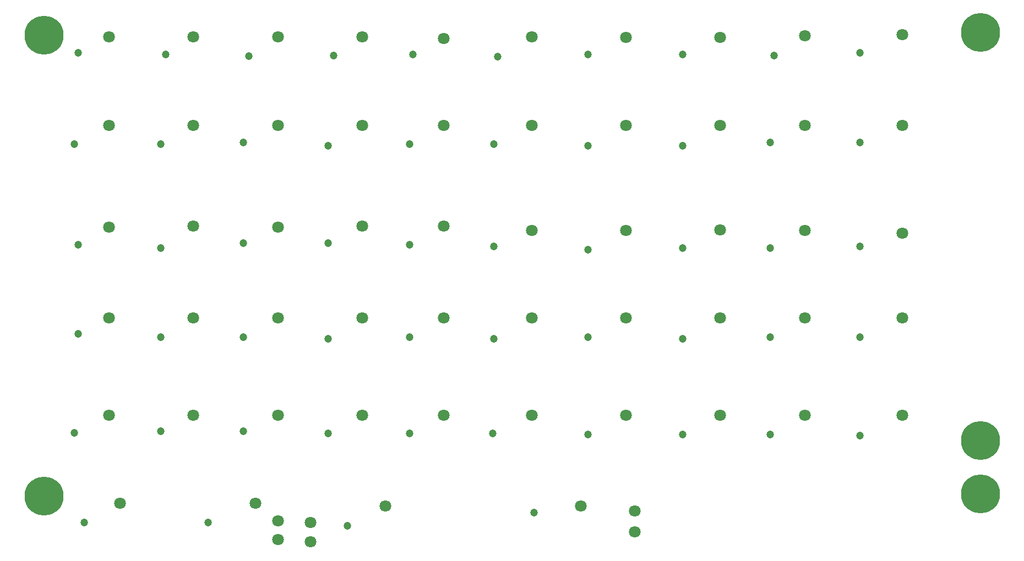
<source format=gbr>
%FSTAX25Y25*%
%MOMM*%
%SFA1B1*%

%IPPOS*%
%ADD15C,1.799996*%
%ADD16C,5.999988*%
%ADD17C,1.199998*%
%LNldo_test_soldermask_bot-1*%
%LPD*%
G54D15*
X7099998Y4582497D03*
Y4870881D03*
X7599997Y4549998D03*
Y4849997D03*
X11755597Y5099999D03*
X4669998Y5139997D03*
X12584998Y4699998D03*
Y5024998D03*
X8749997Y5099999D03*
X6754997Y5144998D03*
X12449997Y6494998D03*
X13899997D03*
X15199997D03*
X16699999D03*
X9649998D03*
X8399998D03*
X7099998D03*
X5799998D03*
X4499998D03*
X16699999Y7999999D03*
X15199997D03*
X13899997D03*
X12449997D03*
X13899997Y9349999D03*
X10999998Y7999999D03*
X9649998D03*
X8399998D03*
X7099998D03*
X5799998D03*
X4499998D03*
X16699999Y9299999D03*
X15199997Y9344997D03*
X12449997D03*
X10999998D03*
X9649998Y9407499D03*
X8399998D03*
X7099998Y9393199D03*
X4499998Y9394997D03*
X5799998Y9407499D03*
X16699999Y10957499D03*
X15199997D03*
X13899997D03*
X12449997D03*
X10999998D03*
X9649998D03*
X8399998D03*
X7099998D03*
X5799998D03*
X4499998D03*
X16699999Y12355499D03*
X15199997Y12339398D03*
X13899997Y12316899D03*
X12449997Y12317498D03*
X9649998Y12294999D03*
X10999998Y12322497D03*
X8399998D03*
X7099998D03*
X5799998Y12319998D03*
X4499998Y12322497D03*
X10999998Y6494998D03*
G54D16*
X17899999Y6106203D03*
X3499998Y5249999D03*
X17899999Y5289397D03*
Y12389398D03*
X3499998Y12349998D03*
G54D17*
X6024999Y4849997D03*
X8169998Y4799998D03*
X11041049Y4999997D03*
X4119999Y4849997D03*
X14669998Y7699999D03*
X13319998Y7674998D03*
X11869999Y7699999D03*
X10419999Y7674998D03*
X9119999Y7699999D03*
X7869999Y7674998D03*
X6569999Y7699999D03*
X5299999D03*
X4024998Y7749999D03*
Y9124998D03*
X5299999Y9074998D03*
X6569999Y9149999D03*
X7869999D03*
X9119999Y9124998D03*
X10419999Y9099999D03*
X7869999Y10649999D03*
X6569999Y10699998D03*
X5299999Y10674997D03*
X3969999D03*
X4024998Y12074999D03*
X5374998Y12049998D03*
X6649999Y12024997D03*
X7954998Y12037748D03*
X10419999Y10674997D03*
X9119999D03*
X9174998Y12049998D03*
X10474998Y12016249D03*
X13319998Y12049998D03*
X11869999D03*
X14724999Y12037748D03*
X16049998Y12074999D03*
X11869999Y10649999D03*
X13319998D03*
X14669998Y10699998D03*
X16049998D03*
X11869999Y9049999D03*
X13319998Y9074998D03*
X14669998D03*
X16052198Y9099999D03*
X16049998Y7699999D03*
X16052198Y6186398D03*
X14669998Y6202499D03*
X13319998Y6199997D03*
X11869999D03*
X10399999Y6219347D03*
X9119999Y6216197D03*
X7869999Y6219347D03*
X6569999Y6254998D03*
X5294998Y6249997D03*
X3969999Y6224998D03*
M02*
</source>
